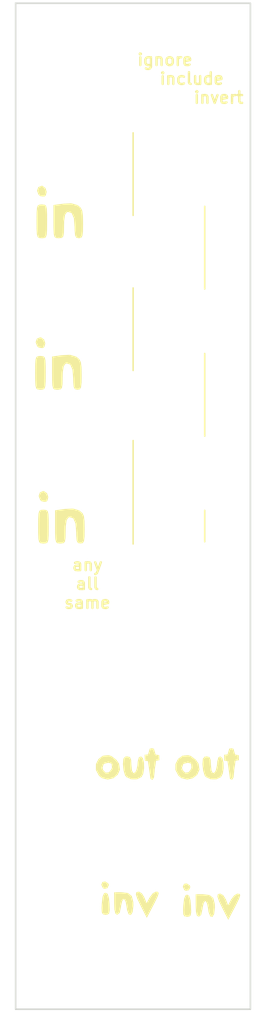
<source format=kicad_pcb>
(kicad_pcb (version 20211014) (generator pcbnew)
  (layers (0 "F.Cu" signal) (31 "B.Cu" signal) (34 "B.Paste" user) (35 "F.Paste" user) (36 "B.SilkS" user "B.Silkscreen") (37 "F.SilkS" user "F.Silkscreen") (38 "B.Mask" user) (39 "F.Mask" user) (44 "Edge.Cuts" user))
  (net 0 "")
  (footprint "MountingHole:MountingHole_6mm" (layer "F.Cu") (at 63.624552 128.324265)
    (fp_text reference "REF**" hide)
    (fp_text value "MountingHole_6mm")
    (pad "" np_thru_hole circle (at 0 0) (size 6 6) (drill 6) (layers *.Cu *.Mask))
  )
  (footprint "Import Library:In-label" (layer "F.Cu") (at 54.462376 64.168667)
    (fp_text reference "REF**" hide)
    (fp_text value "In-label")
    (fp_poly (pts (xy 2.218772 -0.744791) (xy 2.342557 -0.670404) (xy 2.678799 -0.390375) (xy 2.869074 -0.006424) (xy 2.953534 0.627952) (xy 2.97234 1.627505) (xy 2.957667 2.619566) (xy 2.89153 3.187236) (xy 2.740756 3.446241) (xy 2.472171 3.512307) (xy 2.431915 3.512766) (xy 2.11505 3.445786) (xy 1.952677 3.158221) (xy 1.895761 2.52013) (xy 1.891489 2.080638) (xy 1.796348 0.946411) (xy 1.515151 0.296957) (xy 1.054244 0.144562) (xy 0.912818 0.185132) (xy 0.67323 0.511557) (xy 0.556328 1.290551) (xy 0.540425 1.920399) (xy 0.525505 2.808948) (xy 0.444545 3.285195) (xy 0.243244 3.477135) (xy -0.132697 3.512765) (xy -0.135106 3.512766) (xy -0.472403 3.489155) (xy -0.673252 3.34419) (xy -0.773004 2.966668) (xy -0.807012 2.245387) (xy -0.810638 1.387792) (xy -0.810638 -0.737182) (xy 0.451068 -0.910118) (xy 1.486095 -0.958115)) (layer "F.SilkS") (width 0) (fill solid))
    (fp_poly (pts (xy -1.961772 -0.787603) (xy -1.76116 -0.644986) (xy -1.660513 -0.272527) (xy -1.625376 0.440039) (xy -1.621277 1.351064) (xy -1.628475 2.423179) (xy -1.673043 3.06514) (xy -1.789437 3.387209) (xy -2.012113 3.499649) (xy -2.296809 3.512766) (xy -2.631845 3.48973) (xy -2.832457 3.347113) (xy -2.933104 2.974654) (xy -2.968241 2.262088) (xy -2.97234 1.351064) (xy -2.965142 0.278948) (xy -2.920574 -0.363013) (xy -2.804181 -0.685082) (xy -2.581504 -0.797522) (xy -2.296809 -0.810639)) (layer "F.SilkS") (width 0) (fill solid))
    (fp_poly (pts (xy -2.230073 -3.19221) (xy -1.831202 -2.907773) (xy -1.672976 -2.411806) (xy -1.797781 -1.951535) (xy -1.992553 -1.806837) (xy -2.48125 -1.857985) (xy -2.712602 -2.039217) (xy -2.909535 -2.560922) (xy -2.75225 -3.017726) (xy -2.327098 -3.203292)) (layer "F.SilkS") (width 0) (fill solid))
  )
  (footprint "MountingHole:MountingHole_5mm" (layer "F.Cu") (at 73.518991 91.999822)
    (fp_text reference "REF**" hide)
    (fp_text value "MountingHole_5mm")
    (pad "" np_thru_hole circle (at 0 0) (size 5 5) (drill 5) (layers *.Cu *.Mask))
  )
  (footprint "Import Library:In-label" (layer "F.Cu") (at 54.845373 83.810162)
    (fp_text reference "REF**" hide)
    (fp_text value "In-label")
    (fp_poly (pts (xy -2.230073 -3.19221) (xy -1.831202 -2.907773) (xy -1.672976 -2.411806) (xy -1.797781 -1.951535) (xy -1.992553 -1.806837) (xy -2.48125 -1.857985) (xy -2.712602 -2.039217) (xy -2.909535 -2.560922) (xy -2.75225 -3.017726) (xy -2.327098 -3.203292)) (layer "F.SilkS") (width 0) (fill solid))
    (fp_poly (pts (xy 2.218772 -0.744791) (xy 2.342557 -0.670404) (xy 2.678799 -0.390375) (xy 2.869074 -0.006424) (xy 2.953534 0.627952) (xy 2.97234 1.627505) (xy 2.957667 2.619566) (xy 2.89153 3.187236) (xy 2.740756 3.446241) (xy 2.472171 3.512307) (xy 2.431915 3.512766) (xy 2.11505 3.445786) (xy 1.952677 3.158221) (xy 1.895761 2.52013) (xy 1.891489 2.080638) (xy 1.796348 0.946411) (xy 1.515151 0.296957) (xy 1.054244 0.144562) (xy 0.912818 0.185132) (xy 0.67323 0.511557) (xy 0.556328 1.290551) (xy 0.540425 1.920399) (xy 0.525505 2.808948) (xy 0.444545 3.285195) (xy 0.243244 3.477135) (xy -0.132697 3.512765) (xy -0.135106 3.512766) (xy -0.472403 3.489155) (xy -0.673252 3.34419) (xy -0.773004 2.966668) (xy -0.807012 2.245387) (xy -0.810638 1.387792) (xy -0.810638 -0.737182) (xy 0.451068 -0.910118) (xy 1.486095 -0.958115)) (layer "F.SilkS") (width 0) (fill solid))
    (fp_poly (pts (xy -1.961772 -0.787603) (xy -1.76116 -0.644986) (xy -1.660513 -0.272527) (xy -1.625376 0.440039) (xy -1.621277 1.351064) (xy -1.628475 2.423179) (xy -1.673043 3.06514) (xy -1.789437 3.387209) (xy -2.012113 3.499649) (xy -2.296809 3.512766) (xy -2.631845 3.48973) (xy -2.832457 3.347113) (xy -2.933104 2.974654) (xy -2.968241 2.262088) (xy -2.97234 1.351064) (xy -2.965142 0.278948) (xy -2.920574 -0.363013) (xy -2.804181 -0.685082) (xy -2.581504 -0.797522) (xy -2.296809 -0.810639)) (layer "F.SilkS") (width 0) (fill solid))
  )
  (footprint "MountingHole:MountingHole_5mm" (layer "F.Cu") (at 63.861108 92.118521)
    (fp_text reference "REF**" hide)
    (fp_text value "MountingHole_5mm")
    (pad "" np_thru_hole circle (at 0 0) (size 5 5) (drill 5) (layers *.Cu *.Mask))
  )
  (footprint "MountingHole:MountingHole_5mm" (layer "F.Cu") (at 63.866372 30.604298)
    (fp_text reference "REF**" hide)
    (fp_text value "MountingHole_5mm")
    (pad "" np_thru_hole circle (at 0 0) (size 5 5) (drill 5) (layers *.Cu *.Mask))
  )
  (footprint "MountingHole:MountingHole_5mm" (layer "F.Cu") (at 63.64738 50.233445)
    (fp_text reference "REF**" hide)
    (fp_text value "MountingHole_5mm")
    (pad "" np_thru_hole circle (at 0 0) (size 5 5) (drill 5) (layers *.Cu *.Mask))
  )
  (footprint "MountingHole:MountingHole_5mm" (layer "F.Cu") (at 73.124 58.94)
    (fp_text reference "REF**" hide)
    (fp_text value "MountingHole_5mm")
    (pad "" np_thru_hole circle (at 0 0) (size 5 5) (drill 5) (layers *.Cu *.Mask))
  )
  (footprint "MountingHole:MountingHole_6mm" (layer "F.Cu") (at 63.59299 111.282634)
    (fp_text reference "REF**" hide)
    (fp_text value "MountingHole_6mm")
    (pad "" np_thru_hole circle (at 0 0) (size 6 6) (drill 6) (layers *.Cu *.Mask))
  )
  (footprint "Import Library:Out-label" (layer "F.Cu") (at 63.246 115.316)
    (fp_text reference "REF**" hide)
    (fp_text value "Out-label")
    (fp_poly (pts (xy 2.008253 -0.577507) (xy 2.146426 -0.004683) (xy 2.165088 0.71798) (xy 2.058428 1.400628) (xy 1.837447 1.837447) (xy 1.238675 2.129146) (xy 0.508953 2.122088) (xy -0.098965 1.840174) (xy -0.260706 1.639041) (xy -0.453757 1.010453) (xy -0.540104 0.199746) (xy -0.540426 0.15287) (xy -0.482376 -0.50639) (xy -0.254585 -0.776108) (xy 0 -0.810638) (xy 0.353566 -0.719999) (xy 0.509828 -0.353652) (xy 0.540426 0.270213) (xy 0.613764 1.007032) (xy 0.799181 1.33761) (xy 1.04478 1.209502) (xy 1.187048 0.923645) (xy 1.319017 0.313156) (xy 1.351064 -0.157207) (xy 1.496008 -0.683934) (xy 1.756383 -0.810638)) (layer "F.SilkS") (width 0) (fill solid))
    (fp_poly (pts (xy 3.421618 -1.770523) (xy 3.632915 -1.041913) (xy 4.099226 -0.954479) (xy 4.113798 -0.313302) (xy 3.683918 -0.247727) (xy 3.627399 0.251118) (xy 3.518861 0.894589) (xy 3.512766 1.103369) (xy 3.429426 1.895118) (xy 3.226948 2.205666) (xy 2.97665 2.059566) (xy 2.656577 -0.20401) (xy 2.252652 -0.246356) (xy 2.232182 -1.020291) (xy 2.663863 -1.049199) (xy 2.886993 -1.802875) (xy 3.190641 -1.853294)) (layer "F.SilkS") (width 0) (fill solid))
    (fp_poly (pts (xy -2.011547 -0.852948) (xy -1.379668 -0.368404) (xy -1.038541 0.120058) (xy -0.91959 0.890673) (xy -1.208685 1.540911) (xy -1.775049 1.991946) (xy -2.487903 2.164953) (xy -3.216469 1.981108) (xy -3.605993 1.667553) (xy -3.998671 0.929336) (xy -3.994871 0.635856) (xy -3.152092 0.635856) (xy -3.074323 0.934625) (xy -2.746414 1.275092) (xy -2.321583 1.218181) (xy -1.995665 0.820777) (xy -1.940249 0.605218) (xy -1.993581 0.129095) (xy -2.397174 0) (xy -2.994358 0.164836) (xy -3.152092 0.635856) (xy -3.994871 0.635856) (xy -3.988847 0.170626) (xy -3.656591 -0.481999) (xy -3.081977 -0.901961) (xy -2.345076 -0.962683)) (layer "F.SilkS") (width 0) (fill solid))
  )
  (footprint "Import Library:Inv-label" (layer "F.Cu") (at 63.5 132.588)
    (fp_text reference "REF**" hide)
    (fp_text value "Inv-label")
    (fp_poly (pts (xy -0.155228 -0.628687) (xy 0.333684 -0.244924) (xy 0.529998 0.517614) (xy 0.546237 0.97883) (xy 0.448342 1.806258) (xy 0.217081 2.188975) (xy -0.053916 2.108757) (xy -0.271016 1.547377) (xy -0.324911 1.148404) (xy -0.443862 0.496575) (xy -0.632439 0.151544) (xy -0.682796 0.135106) (xy -0.87848 0.374121) (xy -1.021048 0.966677) (xy -1.04068 1.148404) (xy -1.203411 1.902368) (xy -1.51675 2.161695) (xy -1.518637 2.161702) (xy -1.762055 2.007495) (xy -1.884385 1.483955) (xy -1.911828 0.720567) (xy -1.911828 -0.720568) (xy -1.024193 -0.728771)) (layer "F.SilkS") (width 0) (fill solid))
    (fp_poly (pts (xy -2.73735 -0.511073) (xy -2.578059 0.040234) (xy -2.512071 0.743085) (xy -2.485133 1.571518) (xy -2.560138 1.995051) (xy -2.783127 2.146372) (xy -3.004301 2.161702) (xy -3.336903 2.109205) (xy -3.494194 1.863255) (xy -3.522214 1.291165) (xy -3.496531 0.743085) (xy -3.397174 -0.148163) (xy -3.21233 -0.588661) (xy -3.004301 -0.675532)) (layer "F.SilkS") (width 0) (fill solid))
    (fp_poly (pts (xy -2.666273 -1.852774) (xy -2.594624 -1.640094) (xy -2.783694 -1.23788) (xy -3.175704 -1.146377) (xy -3.362769 -1.255364) (xy -3.560059 -1.687701) (xy -3.406364 -2.041301) (xy -3.072581 -2.110262)) (layer "F.SilkS") (width 0) (fill solid))
    (fp_poly (pts (xy 3.695052 -0.770228) (xy 3.773801 -0.585295) (xy 3.638781 -0.16029) (xy 3.269826 0.600337) (xy 3.025556 1.07097) (xy 2.253226 2.547259) (xy 1.53629 1.147506) (xy 1.063999 0.171529) (xy 0.861207 -0.424775) (xy 0.915173 -0.724429) (xy 1.213158 -0.810455) (xy 1.235792 -0.810639) (xy 1.622642 -0.583767) (xy 1.940472 -0.067554) (xy 2.228714 0.675532) (xy 2.62523 -0.067554) (xy 3.022432 -0.591781) (xy 3.421757 -0.810637) (xy 3.422701 -0.810639)) (layer "F.SilkS") (width 0) (fill solid))
  )
  (footprint "MountingHole:MountingHole_6mm" (layer "F.Cu") (at 73.369066 111.282634)
    (fp_text reference "REF**" hide)
    (fp_text value "MountingHole_6mm")
    (pad "" np_thru_hole circle (at 0 0) (size 6 6) (drill 6) (layers *.Cu *.Mask))
  )
  (footprint "MountingHole:MountingHole_3.2mm_M3" (layer "F.Cu") (at 56.591467 143.672177)
    (fp_text reference "REF**" hide)
    (fp_text value "MountingHole_3.2mm_M3")
    (pad "" np_thru_hole circle (at 0 0) (size 3.2 3.2) (drill 3.2) (layers *.Cu *.Mask))
  )
  (footprint "MountingHole:MountingHole_6mm" (layer "F.Cu") (at 54.836 38.874)
    (fp_text reference "REF**" hide)
    (fp_text value "MountingHole_6mm")
    (pad "" np_thru_hole circle (at 0 0) (size 6 6) (drill 6) (layers *.Cu *.Mask))
  )
  (footprint "MountingHole:MountingHole_5mm" (layer "F.Cu") (at 73.213508 77.972098)
    (fp_text reference "REF**" hide)
    (fp_text value "MountingHole_5mm")
    (pad "" np_thru_hole circle (at 0 0) (size 5 5) (drill 5) (layers *.Cu *.Mask))
  )
  (footprint "MountingHole:MountingHole_6mm" (layer "F.Cu") (at 73.402165 128.324265)
    (fp_text reference "REF**" hide)
    (fp_text value "MountingHole_6mm")
    (pad "" np_thru_hole circle (at 0 0) (size 6 6) (drill 6) (layers *.Cu *.Mask))
  )
  (footprint "MountingHole:MountingHole_6mm" (layer "F.Cu") (at 54.9051 58.470623)
    (fp_text reference "REF**" hide)
    (fp_text value "MountingHole_6mm")
    (pad "" np_thru_hole circle (at 0 0) (size 6 6) (drill 6) (layers *.Cu *.Mask))
  )
  (footprint "Import Library:Inv-label" (layer "F.Cu") (at 73.914 132.842)
    (fp_text reference "REF**" hide)
    (fp_text value "Inv-label")
    (fp_poly (pts (xy 3.695052 -0.770228) (xy 3.773801 -0.585295) (xy 3.638781 -0.16029) (xy 3.269826 0.600337) (xy 3.025556 1.07097) (xy 2.253226 2.547259) (xy 1.53629 1.147506) (xy 1.063999 0.171529) (xy 0.861207 -0.424775) (xy 0.915173 -0.724429) (xy 1.213158 -0.810455) (xy 1.235792 -0.810639) (xy 1.622642 -0.583767) (xy 1.940472 -0.067554) (xy 2.228714 0.675532) (xy 2.62523 -0.067554) (xy 3.022432 -0.591781) (xy 3.421757 -0.810637) (xy 3.422701 -0.810639)) (layer "F.SilkS") (width 0) (fill solid))
    (fp_poly (pts (xy -2.73735 -0.511073) (xy -2.578059 0.040234) (xy -2.512071 0.743085) (xy -2.485133 1.571518) (xy -2.560138 1.995051) (xy -2.783127 2.146372) (xy -3.004301 2.161702) (xy -3.336903 2.109205) (xy -3.494194 1.863255) (xy -3.522214 1.291165) (xy -3.496531 0.743085) (xy -3.397174 -0.148163) (xy -3.21233 -0.588661) (xy -3.004301 -0.675532)) (layer "F.SilkS") (width 0) (fill solid))
    (fp_poly (pts (xy -0.155228 -0.628687) (xy 0.333684 -0.244924) (xy 0.529998 0.517614) (xy 0.546237 0.97883) (xy 0.448342 1.806258) (xy 0.217081 2.188975) (xy -0.053916 2.108757) (xy -0.271016 1.547377) (xy -0.324911 1.148404) (xy -0.443862 0.496575) (xy -0.632439 0.151544) (xy -0.682796 0.135106) (xy -0.87848 0.374121) (xy -1.021048 0.966677) (xy -1.04068 1.148404) (xy -1.203411 1.902368) (xy -1.51675 2.161695) (xy -1.518637 2.161702) (xy -1.762055 2.007495) (xy -1.884385 1.483955) (xy -1.911828 0.720567) (xy -1.911828 -0.720568) (xy -1.024193 -0.728771)) (layer "F.SilkS") (width 0) (fill solid))
    (fp_poly (pts (xy -2.666273 -1.852774) (xy -2.594624 -1.640094) (xy -2.783694 -1.23788) (xy -3.175704 -1.146377) (xy -3.362769 -1.255364) (xy -3.560059 -1.687701) (xy -3.406364 -2.041301) (xy -3.072581 -2.110262)) (layer "F.SilkS") (width 0) (fill solid))
  )
  (footprint "MountingHole:MountingHole_5mm" (layer "F.Cu") (at 73.124 40.071381)
    (fp_text reference "REF**" hide)
    (fp_text value "MountingHole_5mm")
    (pad "" np_thru_hole circle (at 0 0) (size 5 5) (drill 5) (layers *.Cu *.Mask))
  )
  (footprint "MountingHole:MountingHole_3.2mm_M3" (layer "F.Cu") (at 56.48099 21.366634)
    (fp_text reference "REF**" hide)
    (fp_text value "MountingHole_3.2mm_M3")
    (pad "" np_thru_hole circle (at 0 0) (size 3.2 3.2) (drill 3.2) (layers *.Cu *.Mask))
  )
  (footprint "Import Library:In-label" (layer "F.Cu") (at 54.63989 44.816054)
    (fp_text reference "REF**" hide)
    (fp_text value "In-label")
    (fp_poly (pts (xy 2.218772 -0.744791) (xy 2.342557 -0.670404) (xy 2.678799 -0.390375) (xy 2.869074 -0.006424) (xy 2.953534 0.627952) (xy 2.97234 1.627505) (xy 2.957667 2.619566) (xy 2.89153 3.187236) (xy 2.740756 3.446241) (xy 2.472171 3.512307) (xy 2.431915 3.512766) (xy 2.11505 3.445786) (xy 1.952677 3.158221) (xy 1.895761 2.52013) (xy 1.891489 2.080638) (xy 1.796348 0.946411) (xy 1.515151 0.296957) (xy 1.054244 0.144562) (xy 0.912818 0.185132) (xy 0.67323 0.511557) (xy 0.556328 1.290551) (xy 0.540425 1.920399) (xy 0.525505 2.808948) (xy 0.444545 3.285195) (xy 0.243244 3.477135) (xy -0.132697 3.512765) (xy -0.135106 3.512766) (xy -0.472403 3.489155) (xy -0.673252 3.34419) (xy -0.773004 2.966668) (xy -0.807012 2.245387) (xy -0.810638 1.387792) (xy -0.810638 -0.737182) (xy 0.451068 -0.910118) (xy 1.486095 -0.958115)) (layer "F.SilkS") (width 0) (fill solid))
    (fp_poly (pts (xy -1.961772 -0.787603) (xy -1.76116 -0.644986) (xy -1.660513 -0.272527) (xy -1.625376 0.440039) (xy -1.621277 1.351064) (xy -1.628475 2.423179) (xy -1.673043 3.06514) (xy -1.789437 3.387209) (xy -2.012113 3.499649) (xy -2.296809 3.512766) (xy -2.631845 3.48973) (xy -2.832457 3.347113) (xy -2.933104 2.974654) (xy -2.968241 2.262088) (xy -2.97234 1.351064) (xy -2.965142 0.278948) (xy -2.920574 -0.363013) (xy -2.804181 -0.685082) (xy -2.581504 -0.797522) (xy -2.296809 -0.810639)) (layer "F.SilkS") (width 0) (fill solid))
    (fp_poly (pts (xy -2.230073 -3.19221) (xy -1.831202 -2.907773) (xy -1.672976 -2.411806) (xy -1.797781 -1.951535) (xy -1.992553 -1.806837) (xy -2.48125 -1.857985) (xy -2.712602 -2.039217) (xy -2.909535 -2.560922) (xy -2.75225 -3.017726) (xy -2.327098 -3.203292)) (layer "F.SilkS") (width 0) (fill solid))
  )
  (footprint "MountingHole:MountingHole_6mm" (layer "F.Cu") (at 54.908418 77.845051)
    (fp_text reference "REF**" hide)
    (fp_text value "MountingHole_6mm")
    (pad "" np_thru_hole circle (at 0 0) (size 6 6) (drill 6) (layers *.Cu *.Mask))
  )
  (footprint "MountingHole:MountingHole_5mm" (layer "F.Cu") (at 63.862897 69.437644)
    (fp_text reference "REF**" hide)
    (fp_text value "MountingHole_5mm")
    (pad "" np_thru_hole circle (at 0 0) (size 5 5) (drill 5) (layers *.Cu *.Mask))
  )
  (footprint "Import Library:Out-label" (layer "F.Cu") (at 73.406 115.316)
    (fp_text reference "REF**" hide)
    (fp_text value "Out-label")
    (fp_poly (pts (xy 3.421618 -1.770523) (xy 3.632915 -1.041913) (xy 4.099226 -0.954479) (xy 4.113798 -0.313302) (xy 3.683918 -0.247727) (xy 3.627399 0.251118) (xy 3.518861 0.894589) (xy 3.512766 1.103369) (xy 3.429426 1.895118) (xy 3.226948 2.205666) (xy 2.97665 2.059566) (xy 2.656577 -0.20401) (xy 2.252652 -0.246356) (xy 2.232182 -1.020291) (xy 2.663863 -1.049199) (xy 2.886993 -1.802875) (xy 3.190641 -1.853294)) (layer "F.SilkS") (width 0) (fill solid))
    (fp_poly (pts (xy 2.008253 -0.577507) (xy 2.146426 -0.004683) (xy 2.165088 0.71798) (xy 2.058428 1.400628) (xy 1.837447 1.837447) (xy 1.238675 2.129146) (xy 0.508953 2.122088) (xy -0.098965 1.840174) (xy -0.260706 1.639041) (xy -0.453757 1.010453) (xy -0.540104 0.199746) (xy -0.540426 0.15287) (xy -0.482376 -0.50639) (xy -0.254585 -0.776108) (xy 0 -0.810638) (xy 0.353566 -0.719999) (xy 0.509828 -0.353652) (xy 0.540426 0.270213) (xy 0.613764 1.007032) (xy 0.799181 1.33761) (xy 1.04478 1.209502) (xy 1.187048 0.923645) (xy 1.319017 0.313156) (xy 1.351064 -0.157207) (xy 1.496008 -0.683934) (xy 1.756383 -0.810638)) (layer "F.SilkS") (width 0) (fill solid))
    (fp_poly (pts (xy -2.011547 -0.852948) (xy -1.379668 -0.368404) (xy -1.038541 0.120058) (xy -0.91959 0.890673) (xy -1.208685 1.540911) (xy -1.775049 1.991946) (xy -2.487903 2.164953) (xy -3.216469 1.981108) (xy -3.605993 1.667553) (xy -3.998671 0.929336) (xy -3.994871 0.635856) (xy -3.152092 0.635856) (xy -3.074323 0.934625) (xy -2.746414 1.275092) (xy -2.321583 1.218181) (xy -1.995665 0.820777) (xy -1.940249 0.605218) (xy -1.993581 0.129095) (xy -2.397174 0) (xy -2.994358 0.164836) (xy -3.152092 0.635856) (xy -3.994871 0.635856) (xy -3.988847 0.170626) (xy -3.656591 -0.481999) (xy -3.081977 -0.901961) (xy -2.345076 -0.962683)) (layer "F.SilkS") (width 0) (fill solid))
  )
  (gr_line (start 73.152 83.08975) (end 73.152 87.09025) (layer "F.SilkS") (width 0.2))
  (gr_line (start 64.008 54.6735) (end 64.008 65.2145) (layer "F.SilkS") (width 0.2))
  (gr_line (start 64.008 74.168) (end 64.008 87.376) (layer "F.SilkS") (width 0.2))
  (gr_line (start 64.008 34.8615) (end 64.008 45.4025) (layer "F.SilkS") (width 0.2))
  (gr_line (start 73.152 63.0555) (end 73.152 73.5965) (layer "F.SilkS") (width 0.2))
  (gr_line (start 73.152 44.2595) (end 73.152 54.8005) (layer "F.SilkS") (width 0.2))
  (gr_rect (start 48.994 18.312) (end 78.994 146.812) (layer "Edge.Cuts") (width 0.2) (fill none))
  (gr_text "ignore\n      include\n            invert" (at 68.072 27.94) (layer "F.SilkS") (effects (font (size 1.5 1.5) (thickness 0.3))))
  (gr_text "any\nall\nsame" (at 58.166 92.456) (layer "F.SilkS") (effects (font (size 1.5 1.5) (thickness 0.3))))
)
</source>
